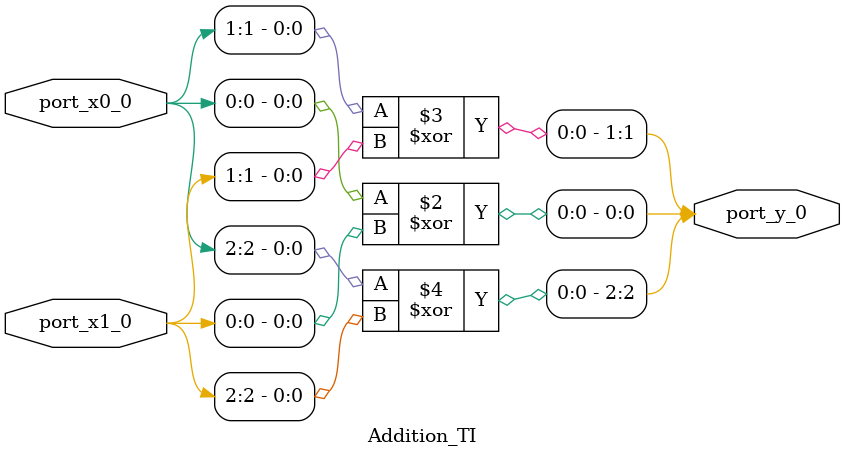
<source format=v>

`timescale 1ns/1ps

module Sbox_AES_BoyarPeralta (
  input      [2:0]    port_i_0_0,
  input      [2:0]    port_i_0_1,
  input      [2:0]    port_i_0_2,
  input      [2:0]    port_i_0_3,
  input      [2:0]    port_i_0_4,
  input      [2:0]    port_i_0_5,
  input      [2:0]    port_i_0_6,
  input      [2:0]    port_i_0_7,
  output     [2:0]    port_o_0_0,
  output     [2:0]    port_o_0_1,
  output     [2:0]    port_o_0_2,
  output     [2:0]    port_o_0_3,
  output     [2:0]    port_o_0_4,
  output     [2:0]    port_o_0_5,
  output     [2:0]    port_o_0_6,
  output     [2:0]    port_o_0_7
);

  wire       [2:0]    t1_xor_port_y_0;
  wire       [2:0]    t2_xor_port_y_0;
  wire       [2:0]    t3_xor_port_y_0;
  wire       [2:0]    t4_xor_port_y_0;
  wire       [2:0]    t5_xor_port_y_0;
  wire       [2:0]    t6_xor_port_y_0;
  wire       [2:0]    t7_xor_port_y_0;
  wire       [2:0]    t8_xor_port_y_0;
  wire       [2:0]    t9_xor_port_y_0;
  wire       [2:0]    t10_xor_port_y_0;
  wire       [2:0]    t11_xor_port_y_0;
  wire       [2:0]    t12_xor_port_y_0;
  wire       [2:0]    t13_xor_port_y_0;
  wire       [2:0]    t14_xor_port_y_0;
  wire       [2:0]    t15_xor_port_y_0;
  wire       [2:0]    t16_xor_port_y_0;
  wire       [2:0]    t17_xor_port_y_0;
  wire       [2:0]    t18_xor_port_y_0;
  wire       [2:0]    t19_xor_port_y_0;
  wire       [2:0]    t20_xor_port_y_0;
  wire       [2:0]    t21_xor_port_y_0;
  wire       [2:0]    t22_xor_port_y_0;
  wire       [2:0]    t23_xor_port_y_0;
  wire       [2:0]    t24_xor_port_y_0;
  wire       [2:0]    t25_xor_port_y_0;
  wire       [2:0]    t26_xor_port_y_0;
  wire       [2:0]    t27_xor_port_y_0;
  wire       [2:0]    m1_port_y_0;
  wire       [2:0]    m2_port_y_0;
  wire       [2:0]    m4_port_y_0;
  wire       [2:0]    m6_port_y_0;
  wire       [2:0]    m7_port_y_0;
  wire       [2:0]    m9_port_y_0;
  wire       [2:0]    m11_port_y_0;
  wire       [2:0]    m12_port_y_0;
  wire       [2:0]    m14_port_y_0;
  wire       [2:0]    m3_xor_port_y_0;
  wire       [2:0]    m5_xor_port_y_0;
  wire       [2:0]    m8_xor_port_y_0;
  wire       [2:0]    m10_xor_port_y_0;
  wire       [2:0]    m13_xor_port_y_0;
  wire       [2:0]    m15_xor_port_y_0;
  wire       [2:0]    m16_xor_port_y_0;
  wire       [2:0]    m17_xor_port_y_0;
  wire       [2:0]    m18_xor_port_y_0;
  wire       [2:0]    m19_xor_port_y_0;
  wire       [2:0]    m20_xor_port_y_0;
  wire       [2:0]    m21_xor_port_y_0;
  wire       [2:0]    m22_xor_port_y_0;
  wire       [2:0]    m23_xor_port_y_0;
  wire       [2:0]    m24_xor_port_y_0;
  wire       [2:0]    m25_port_y_0;
  wire       [2:0]    m27_xor_port_y_0;
  wire       [2:0]    m31_port_y_0;
  wire       [2:0]    m34_port_y_0;
  wire       [2:0]    m26_xor_port_y_0;
  wire       [2:0]    m28_xor_port_y_0;
  wire       [2:0]    m29_port_y_0;
  wire       [2:0]    m30_port_y_0;
  wire       [2:0]    m32_port_y_0;
  wire       [2:0]    m33_xor_port_y_0;
  wire       [2:0]    m35_port_y_0;
  wire       [2:0]    m36_xor_port_y_0;
  wire       [2:0]    m37_xor_port_y_0;
  wire       [2:0]    m38_xor_port_y_0;
  wire       [2:0]    m39_xor_port_y_0;
  wire       [2:0]    m40_xor_port_y_0;
  wire       [2:0]    m41_xor_port_y_0;
  wire       [2:0]    m42_xor_port_y_0;
  wire       [2:0]    m43_xor_port_y_0;
  wire       [2:0]    m44_xor_port_y_0;
  wire       [2:0]    m45_xor_port_y_0;
  wire       [2:0]    m46_mul_port_y_0;
  wire       [2:0]    m47_mul_port_y_0;
  wire       [2:0]    m48_mul_port_y_0;
  wire       [2:0]    m49_mul_port_y_0;
  wire       [2:0]    m50_mul_port_y_0;
  wire       [2:0]    m51_mul_port_y_0;
  wire       [2:0]    m52_mul_port_y_0;
  wire       [2:0]    m53_mul_port_y_0;
  wire       [2:0]    m54_mul_port_y_0;
  wire       [2:0]    m55_mul_port_y_0;
  wire       [2:0]    m56_mul_port_y_0;
  wire       [2:0]    m57_mul_port_y_0;
  wire       [2:0]    m58_mul_port_y_0;
  wire       [2:0]    m59_mul_port_y_0;
  wire       [2:0]    m60_mul_port_y_0;
  wire       [2:0]    m61_mul_port_y_0;
  wire       [2:0]    m62_mul_port_y_0;
  wire       [2:0]    m63_mul_port_y_0;
  wire       [2:0]    l0_xor_port_y_0;
  wire       [2:0]    l1_xor_port_y_0;
  wire       [2:0]    l2_xor_port_y_0;
  wire       [2:0]    l3_xor_port_y_0;
  wire       [2:0]    l4_xor_port_y_0;
  wire       [2:0]    l5_xor_port_y_0;
  wire       [2:0]    l6_xor_port_y_0;
  wire       [2:0]    l7_xor_port_y_0;
  wire       [2:0]    l8_xor_port_y_0;
  wire       [2:0]    l9_xor_port_y_0;
  wire       [2:0]    l10_xor_port_y_0;
  wire       [2:0]    l11_xor_port_y_0;
  wire       [2:0]    l12_xor_port_y_0;
  wire       [2:0]    l13_xor_port_y_0;
  wire       [2:0]    l14_xor_port_y_0;
  wire       [2:0]    l15_xor_port_y_0;
  wire       [2:0]    l16_xor_port_y_0;
  wire       [2:0]    l17_xor_port_y_0;
  wire       [2:0]    l18_xor_port_y_0;
  wire       [2:0]    l19_xor_port_y_0;
  wire       [2:0]    l20_xor_port_y_0;
  wire       [2:0]    l21_xor_port_y_0;
  wire       [2:0]    l22_xor_port_y_0;
  wire       [2:0]    l23_xor_port_y_0;
  wire       [2:0]    l24_xor_port_y_0;
  wire       [2:0]    l25_xor_port_y_0;
  wire       [2:0]    l26_xor_port_y_0;
  wire       [2:0]    l27_xor_port_y_0;
  wire       [2:0]    l28_xor_port_y_0;
  wire       [2:0]    l29_xor_port_y_0;
  wire       [2:0]    s0_port_y_0;
  wire       [2:0]    s1_port_y_0;
  wire       [2:0]    s2_port_y_0;
  wire       [2:0]    s3_port_y_0;
  wire       [2:0]    s4_port_y_0;
  wire       [2:0]    s5_port_y_0;
  wire       [2:0]    s6_port_y_0;
  wire       [2:0]    s7_port_y_0;
  wire       [2:0]    in_x0_0;
  wire       [2:0]    in_x1_0;
  wire       [2:0]    in_x2_0;
  wire       [2:0]    in_x3_0;
  wire       [2:0]    in_x4_0;
  wire       [2:0]    in_x5_0;
  wire       [2:0]    in_x6_0;
  wire       [2:0]    in_x7_0;
  wire       [2:0]    out_y0_0;
  wire       [2:0]    out_y1_0;
  wire       [2:0]    out_y2_0;
  wire       [2:0]    out_y3_0;
  wire       [2:0]    out_y4_0;
  wire       [2:0]    out_y5_0;
  wire       [2:0]    out_y6_0;
  wire       [2:0]    out_y7_0;
  wire       [2:0]    x7_0;
  wire       [2:0]    t1_0;
  wire       [2:0]    t2_0;
  wire       [2:0]    t3_0;
  wire       [2:0]    t4_0;
  wire       [2:0]    t6_0;
  wire       [2:0]    t7_0;
  wire       [2:0]    t8_0;
  wire       [2:0]    t9_0;
  wire       [2:0]    t10_0;
  wire       [2:0]    t13_0;
  wire       [2:0]    t14_0;
  wire       [2:0]    t15_0;
  wire       [2:0]    t16_0;
  wire       [2:0]    t17_0;
  wire       [2:0]    t19_0;
  wire       [2:0]    t20_0;
  wire       [2:0]    t22_0;
  wire       [2:0]    t23_0;
  wire       [2:0]    t24_0;
  wire       [2:0]    t25_0;
  wire       [2:0]    t26_0;
  wire       [2:0]    t27_0;
  wire       [2:0]    x7_1_0;
  wire       [2:0]    t1_1_0;
  wire       [2:0]    t2_1_0;
  wire       [2:0]    t3_1_0;
  wire       [2:0]    t4_1_0;
  wire       [2:0]    t6_1_0;
  wire       [2:0]    t8_1_0;
  wire       [2:0]    t9_1_0;
  wire       [2:0]    t10_1_0;
  wire       [2:0]    t13_1_0;
  wire       [2:0]    t15_1_0;
  wire       [2:0]    t16_1_0;
  wire       [2:0]    t17_1_0;
  wire       [2:0]    t19_1_0;
  wire       [2:0]    t20_1_0;
  wire       [2:0]    t22_1_0;
  wire       [2:0]    t23_1_0;
  wire       [2:0]    t27_1_0;
  wire       [2:0]    m21_0;
  wire       [2:0]    m23_0;
  wire       [2:0]    m24_0;
  wire       [2:0]    m27_0;
  wire       [2:0]    x7_2_0;
  wire       [2:0]    t1_2_0;
  wire       [2:0]    t2_2_0;
  wire       [2:0]    t3_2_0;
  wire       [2:0]    t4_2_0;
  wire       [2:0]    t6_2_0;
  wire       [2:0]    t8_2_0;
  wire       [2:0]    t9_2_0;
  wire       [2:0]    t10_2_0;
  wire       [2:0]    t13_2_0;
  wire       [2:0]    t15_2_0;
  wire       [2:0]    t16_2_0;
  wire       [2:0]    t17_2_0;
  wire       [2:0]    t19_2_0;
  wire       [2:0]    t20_2_0;
  wire       [2:0]    t22_2_0;
  wire       [2:0]    t23_2_0;
  wire       [2:0]    t27_2_0;
  wire       [2:0]    m21_1_0;
  wire       [2:0]    m23_1_0;
  wire       [2:0]    m33_0;
  wire       [2:0]    m36_0;

  Addition_TI t1_xor (
    .port_x0_0 (in_x0_0[2:0]        ), //i
    .port_x1_0 (in_x3_0[2:0]        ), //i
    .port_y_0  (t1_xor_port_y_0[2:0])  //o
  );
  Addition_TI t2_xor (
    .port_x0_0 (in_x0_0[2:0]        ), //i
    .port_x1_0 (in_x5_0[2:0]        ), //i
    .port_y_0  (t2_xor_port_y_0[2:0])  //o
  );
  Addition_TI t3_xor (
    .port_x0_0 (in_x0_0[2:0]        ), //i
    .port_x1_0 (in_x6_0[2:0]        ), //i
    .port_y_0  (t3_xor_port_y_0[2:0])  //o
  );
  Addition_TI t4_xor (
    .port_x0_0 (in_x3_0[2:0]        ), //i
    .port_x1_0 (in_x5_0[2:0]        ), //i
    .port_y_0  (t4_xor_port_y_0[2:0])  //o
  );
  Addition_TI t5_xor (
    .port_x0_0 (in_x4_0[2:0]        ), //i
    .port_x1_0 (in_x6_0[2:0]        ), //i
    .port_y_0  (t5_xor_port_y_0[2:0])  //o
  );
  Addition_TI t6_xor (
    .port_x0_0 (t1_xor_port_y_0[2:0]), //i
    .port_x1_0 (t5_xor_port_y_0[2:0]), //i
    .port_y_0  (t6_xor_port_y_0[2:0])  //o
  );
  Addition_TI t7_xor (
    .port_x0_0 (in_x1_0[2:0]        ), //i
    .port_x1_0 (in_x2_0[2:0]        ), //i
    .port_y_0  (t7_xor_port_y_0[2:0])  //o
  );
  Addition_TI t8_xor (
    .port_x0_0 (in_x7_0[2:0]        ), //i
    .port_x1_0 (t6_xor_port_y_0[2:0]), //i
    .port_y_0  (t8_xor_port_y_0[2:0])  //o
  );
  Addition_TI t9_xor (
    .port_x0_0 (in_x7_0[2:0]        ), //i
    .port_x1_0 (t7_xor_port_y_0[2:0]), //i
    .port_y_0  (t9_xor_port_y_0[2:0])  //o
  );
  Addition_TI t10_xor (
    .port_x0_0 (t6_xor_port_y_0[2:0] ), //i
    .port_x1_0 (t7_xor_port_y_0[2:0] ), //i
    .port_y_0  (t10_xor_port_y_0[2:0])  //o
  );
  Addition_TI t11_xor (
    .port_x0_0 (in_x1_0[2:0]         ), //i
    .port_x1_0 (in_x5_0[2:0]         ), //i
    .port_y_0  (t11_xor_port_y_0[2:0])  //o
  );
  Addition_TI t12_xor (
    .port_x0_0 (in_x2_0[2:0]         ), //i
    .port_x1_0 (in_x5_0[2:0]         ), //i
    .port_y_0  (t12_xor_port_y_0[2:0])  //o
  );
  Addition_TI t13_xor (
    .port_x0_0 (t3_xor_port_y_0[2:0] ), //i
    .port_x1_0 (t4_xor_port_y_0[2:0] ), //i
    .port_y_0  (t13_xor_port_y_0[2:0])  //o
  );
  Addition_TI t14_xor (
    .port_x0_0 (t6_xor_port_y_0[2:0] ), //i
    .port_x1_0 (t11_xor_port_y_0[2:0]), //i
    .port_y_0  (t14_xor_port_y_0[2:0])  //o
  );
  Addition_TI t15_xor (
    .port_x0_0 (t5_xor_port_y_0[2:0] ), //i
    .port_x1_0 (t11_xor_port_y_0[2:0]), //i
    .port_y_0  (t15_xor_port_y_0[2:0])  //o
  );
  Addition_TI t16_xor (
    .port_x0_0 (t5_xor_port_y_0[2:0] ), //i
    .port_x1_0 (t12_xor_port_y_0[2:0]), //i
    .port_y_0  (t16_xor_port_y_0[2:0])  //o
  );
  Addition_TI t17_xor (
    .port_x0_0 (t9_xor_port_y_0[2:0] ), //i
    .port_x1_0 (t16_xor_port_y_0[2:0]), //i
    .port_y_0  (t17_xor_port_y_0[2:0])  //o
  );
  Addition_TI t18_xor (
    .port_x0_0 (in_x3_0[2:0]         ), //i
    .port_x1_0 (in_x7_0[2:0]         ), //i
    .port_y_0  (t18_xor_port_y_0[2:0])  //o
  );
  Addition_TI t19_xor (
    .port_x0_0 (t7_xor_port_y_0[2:0] ), //i
    .port_x1_0 (t18_xor_port_y_0[2:0]), //i
    .port_y_0  (t19_xor_port_y_0[2:0])  //o
  );
  Addition_TI t20_xor (
    .port_x0_0 (t1_xor_port_y_0[2:0] ), //i
    .port_x1_0 (t19_xor_port_y_0[2:0]), //i
    .port_y_0  (t20_xor_port_y_0[2:0])  //o
  );
  Addition_TI t21_xor (
    .port_x0_0 (in_x6_0[2:0]         ), //i
    .port_x1_0 (in_x7_0[2:0]         ), //i
    .port_y_0  (t21_xor_port_y_0[2:0])  //o
  );
  Addition_TI t22_xor (
    .port_x0_0 (t7_xor_port_y_0[2:0] ), //i
    .port_x1_0 (t21_xor_port_y_0[2:0]), //i
    .port_y_0  (t22_xor_port_y_0[2:0])  //o
  );
  Addition_TI t23_xor (
    .port_x0_0 (t2_xor_port_y_0[2:0] ), //i
    .port_x1_0 (t22_xor_port_y_0[2:0]), //i
    .port_y_0  (t23_xor_port_y_0[2:0])  //o
  );
  Addition_TI t24_xor (
    .port_x0_0 (t2_xor_port_y_0[2:0] ), //i
    .port_x1_0 (t10_xor_port_y_0[2:0]), //i
    .port_y_0  (t24_xor_port_y_0[2:0])  //o
  );
  Addition_TI t25_xor (
    .port_x0_0 (t20_xor_port_y_0[2:0]), //i
    .port_x1_0 (t17_xor_port_y_0[2:0]), //i
    .port_y_0  (t25_xor_port_y_0[2:0])  //o
  );
  Addition_TI t26_xor (
    .port_x0_0 (t3_xor_port_y_0[2:0] ), //i
    .port_x1_0 (t16_xor_port_y_0[2:0]), //i
    .port_y_0  (t26_xor_port_y_0[2:0])  //o
  );
  Addition_TI t27_xor (
    .port_x0_0 (t1_xor_port_y_0[2:0] ), //i
    .port_x1_0 (t12_xor_port_y_0[2:0]), //i
    .port_y_0  (t27_xor_port_y_0[2:0])  //o
  );
  Multiplication_TI m1 (
    .port_x0_0 (t13_xor_port_y_0[2:0]), //i
    .port_x1_0 (t6_xor_port_y_0[2:0] ), //i
    .port_y_0  (m1_port_y_0[2:0]     )  //o
  );
  Multiplication_TI m2 (
    .port_x0_0 (t23_xor_port_y_0[2:0]), //i
    .port_x1_0 (t8_xor_port_y_0[2:0] ), //i
    .port_y_0  (m2_port_y_0[2:0]     )  //o
  );
  Multiplication_TI m4 (
    .port_x0_0 (t19_xor_port_y_0[2:0]), //i
    .port_x1_0 (in_x7_0[2:0]         ), //i
    .port_y_0  (m4_port_y_0[2:0]     )  //o
  );
  Multiplication_TI m6 (
    .port_x0_0 (t3_xor_port_y_0[2:0] ), //i
    .port_x1_0 (t16_xor_port_y_0[2:0]), //i
    .port_y_0  (m6_port_y_0[2:0]     )  //o
  );
  Multiplication_TI m7 (
    .port_x0_0 (t22_xor_port_y_0[2:0]), //i
    .port_x1_0 (t9_xor_port_y_0[2:0] ), //i
    .port_y_0  (m7_port_y_0[2:0]     )  //o
  );
  Multiplication_TI m9 (
    .port_x0_0 (t20_xor_port_y_0[2:0]), //i
    .port_x1_0 (t17_xor_port_y_0[2:0]), //i
    .port_y_0  (m9_port_y_0[2:0]     )  //o
  );
  Multiplication_TI m11 (
    .port_x0_0 (t1_xor_port_y_0[2:0] ), //i
    .port_x1_0 (t15_xor_port_y_0[2:0]), //i
    .port_y_0  (m11_port_y_0[2:0]    )  //o
  );
  Multiplication_TI m12 (
    .port_x0_0 (t4_xor_port_y_0[2:0] ), //i
    .port_x1_0 (t27_xor_port_y_0[2:0]), //i
    .port_y_0  (m12_port_y_0[2:0]    )  //o
  );
  Multiplication_TI m14 (
    .port_x0_0 (t2_xor_port_y_0[2:0] ), //i
    .port_x1_0 (t10_xor_port_y_0[2:0]), //i
    .port_y_0  (m14_port_y_0[2:0]    )  //o
  );
  Addition_TI m3_xor (
    .port_x0_0 (t14_0[2:0]          ), //i
    .port_x1_0 (m1_port_y_0[2:0]    ), //i
    .port_y_0  (m3_xor_port_y_0[2:0])  //o
  );
  Addition_TI m5_xor (
    .port_x0_0 (m4_port_y_0[2:0]    ), //i
    .port_x1_0 (m1_port_y_0[2:0]    ), //i
    .port_y_0  (m5_xor_port_y_0[2:0])  //o
  );
  Addition_TI m8_xor (
    .port_x0_0 (t26_0[2:0]          ), //i
    .port_x1_0 (m6_port_y_0[2:0]    ), //i
    .port_y_0  (m8_xor_port_y_0[2:0])  //o
  );
  Addition_TI m10_xor (
    .port_x0_0 (m9_port_y_0[2:0]     ), //i
    .port_x1_0 (m6_port_y_0[2:0]     ), //i
    .port_y_0  (m10_xor_port_y_0[2:0])  //o
  );
  Addition_TI m13_xor (
    .port_x0_0 (m12_port_y_0[2:0]    ), //i
    .port_x1_0 (m11_port_y_0[2:0]    ), //i
    .port_y_0  (m13_xor_port_y_0[2:0])  //o
  );
  Addition_TI m15_xor (
    .port_x0_0 (m14_port_y_0[2:0]    ), //i
    .port_x1_0 (m11_port_y_0[2:0]    ), //i
    .port_y_0  (m15_xor_port_y_0[2:0])  //o
  );
  Addition_TI m16_xor (
    .port_x0_0 (m3_xor_port_y_0[2:0] ), //i
    .port_x1_0 (m2_port_y_0[2:0]     ), //i
    .port_y_0  (m16_xor_port_y_0[2:0])  //o
  );
  Addition_TI m17_xor (
    .port_x0_0 (m5_xor_port_y_0[2:0] ), //i
    .port_x1_0 (t24_0[2:0]           ), //i
    .port_y_0  (m17_xor_port_y_0[2:0])  //o
  );
  Addition_TI m18_xor (
    .port_x0_0 (m8_xor_port_y_0[2:0] ), //i
    .port_x1_0 (m7_port_y_0[2:0]     ), //i
    .port_y_0  (m18_xor_port_y_0[2:0])  //o
  );
  Addition_TI m19_xor (
    .port_x0_0 (m10_xor_port_y_0[2:0]), //i
    .port_x1_0 (m15_xor_port_y_0[2:0]), //i
    .port_y_0  (m19_xor_port_y_0[2:0])  //o
  );
  Addition_TI m20_xor (
    .port_x0_0 (m16_xor_port_y_0[2:0]), //i
    .port_x1_0 (m13_xor_port_y_0[2:0]), //i
    .port_y_0  (m20_xor_port_y_0[2:0])  //o
  );
  Addition_TI m21_xor (
    .port_x0_0 (m17_xor_port_y_0[2:0]), //i
    .port_x1_0 (m15_xor_port_y_0[2:0]), //i
    .port_y_0  (m21_xor_port_y_0[2:0])  //o
  );
  Addition_TI m22_xor (
    .port_x0_0 (m18_xor_port_y_0[2:0]), //i
    .port_x1_0 (m13_xor_port_y_0[2:0]), //i
    .port_y_0  (m22_xor_port_y_0[2:0])  //o
  );
  Addition_TI m23_xor (
    .port_x0_0 (m19_xor_port_y_0[2:0]), //i
    .port_x1_0 (t25_0[2:0]           ), //i
    .port_y_0  (m23_xor_port_y_0[2:0])  //o
  );
  Addition_TI m24_xor (
    .port_x0_0 (m22_xor_port_y_0[2:0]), //i
    .port_x1_0 (m23_xor_port_y_0[2:0]), //i
    .port_y_0  (m24_xor_port_y_0[2:0])  //o
  );
  Multiplication_TI m25 (
    .port_x0_0 (m22_xor_port_y_0[2:0]), //i
    .port_x1_0 (m20_xor_port_y_0[2:0]), //i
    .port_y_0  (m25_port_y_0[2:0]    )  //o
  );
  Addition_TI m27_xor (
    .port_x0_0 (m20_xor_port_y_0[2:0]), //i
    .port_x1_0 (m21_xor_port_y_0[2:0]), //i
    .port_y_0  (m27_xor_port_y_0[2:0])  //o
  );
  Multiplication_TI m31 (
    .port_x0_0 (m20_xor_port_y_0[2:0]), //i
    .port_x1_0 (m23_xor_port_y_0[2:0]), //i
    .port_y_0  (m31_port_y_0[2:0]    )  //o
  );
  Multiplication_TI m34 (
    .port_x0_0 (m21_xor_port_y_0[2:0]), //i
    .port_x1_0 (m22_xor_port_y_0[2:0]), //i
    .port_y_0  (m34_port_y_0[2:0]    )  //o
  );
  Addition_TI m26_xor (
    .port_x0_0 (m21_0[2:0]           ), //i
    .port_x1_0 (m25_port_y_0[2:0]    ), //i
    .port_y_0  (m26_xor_port_y_0[2:0])  //o
  );
  Addition_TI m28_xor (
    .port_x0_0 (m23_0[2:0]           ), //i
    .port_x1_0 (m25_port_y_0[2:0]    ), //i
    .port_y_0  (m28_xor_port_y_0[2:0])  //o
  );
  Multiplication_TI m29 (
    .port_x0_0 (m28_xor_port_y_0[2:0]), //i
    .port_x1_0 (m27_0[2:0]           ), //i
    .port_y_0  (m29_port_y_0[2:0]    )  //o
  );
  Multiplication_TI m30 (
    .port_x0_0 (m26_xor_port_y_0[2:0]), //i
    .port_x1_0 (m24_0[2:0]           ), //i
    .port_y_0  (m30_port_y_0[2:0]    )  //o
  );
  Multiplication_TI m32 (
    .port_x0_0 (m27_0[2:0]       ), //i
    .port_x1_0 (m31_port_y_0[2:0]), //i
    .port_y_0  (m32_port_y_0[2:0])  //o
  );
  Addition_TI m33_xor (
    .port_x0_0 (m27_0[2:0]           ), //i
    .port_x1_0 (m25_port_y_0[2:0]    ), //i
    .port_y_0  (m33_xor_port_y_0[2:0])  //o
  );
  Multiplication_TI m35 (
    .port_x0_0 (m24_0[2:0]       ), //i
    .port_x1_0 (m34_port_y_0[2:0]), //i
    .port_y_0  (m35_port_y_0[2:0])  //o
  );
  Addition_TI m36_xor (
    .port_x0_0 (m24_0[2:0]           ), //i
    .port_x1_0 (m25_port_y_0[2:0]    ), //i
    .port_y_0  (m36_xor_port_y_0[2:0])  //o
  );
  Addition_TI m37_xor (
    .port_x0_0 (m21_1_0[2:0]         ), //i
    .port_x1_0 (m29_port_y_0[2:0]    ), //i
    .port_y_0  (m37_xor_port_y_0[2:0])  //o
  );
  Addition_TI m38_xor (
    .port_x0_0 (m32_port_y_0[2:0]    ), //i
    .port_x1_0 (m33_0[2:0]           ), //i
    .port_y_0  (m38_xor_port_y_0[2:0])  //o
  );
  Addition_TI m39_xor (
    .port_x0_0 (m23_1_0[2:0]         ), //i
    .port_x1_0 (m30_port_y_0[2:0]    ), //i
    .port_y_0  (m39_xor_port_y_0[2:0])  //o
  );
  Addition_TI m40_xor (
    .port_x0_0 (m35_port_y_0[2:0]    ), //i
    .port_x1_0 (m36_0[2:0]           ), //i
    .port_y_0  (m40_xor_port_y_0[2:0])  //o
  );
  Addition_TI m41_xor (
    .port_x0_0 (m38_xor_port_y_0[2:0]), //i
    .port_x1_0 (m40_xor_port_y_0[2:0]), //i
    .port_y_0  (m41_xor_port_y_0[2:0])  //o
  );
  Addition_TI m42_xor (
    .port_x0_0 (m37_xor_port_y_0[2:0]), //i
    .port_x1_0 (m39_xor_port_y_0[2:0]), //i
    .port_y_0  (m42_xor_port_y_0[2:0])  //o
  );
  Addition_TI m43_xor (
    .port_x0_0 (m37_xor_port_y_0[2:0]), //i
    .port_x1_0 (m38_xor_port_y_0[2:0]), //i
    .port_y_0  (m43_xor_port_y_0[2:0])  //o
  );
  Addition_TI m44_xor (
    .port_x0_0 (m39_xor_port_y_0[2:0]), //i
    .port_x1_0 (m40_xor_port_y_0[2:0]), //i
    .port_y_0  (m44_xor_port_y_0[2:0])  //o
  );
  Addition_TI m45_xor (
    .port_x0_0 (m42_xor_port_y_0[2:0]), //i
    .port_x1_0 (m41_xor_port_y_0[2:0]), //i
    .port_y_0  (m45_xor_port_y_0[2:0])  //o
  );
  Multiplication_TI m46_mul (
    .port_x0_0 (m44_xor_port_y_0[2:0]), //i
    .port_x1_0 (t6_2_0[2:0]          ), //i
    .port_y_0  (m46_mul_port_y_0[2:0])  //o
  );
  Multiplication_TI m47_mul (
    .port_x0_0 (m40_xor_port_y_0[2:0]), //i
    .port_x1_0 (t8_2_0[2:0]          ), //i
    .port_y_0  (m47_mul_port_y_0[2:0])  //o
  );
  Multiplication_TI m48_mul (
    .port_x0_0 (m39_xor_port_y_0[2:0]), //i
    .port_x1_0 (x7_2_0[2:0]          ), //i
    .port_y_0  (m48_mul_port_y_0[2:0])  //o
  );
  Multiplication_TI m49_mul (
    .port_x0_0 (m43_xor_port_y_0[2:0]), //i
    .port_x1_0 (t16_1_0[2:0]         ), //i
    .port_y_0  (m49_mul_port_y_0[2:0])  //o
  );
  Multiplication_TI m50_mul (
    .port_x0_0 (m38_xor_port_y_0[2:0]), //i
    .port_x1_0 (t9_2_0[2:0]          ), //i
    .port_y_0  (m50_mul_port_y_0[2:0])  //o
  );
  Multiplication_TI m51_mul (
    .port_x0_0 (m37_xor_port_y_0[2:0]), //i
    .port_x1_0 (t17_2_0[2:0]         ), //i
    .port_y_0  (m51_mul_port_y_0[2:0])  //o
  );
  Multiplication_TI m52_mul (
    .port_x0_0 (m42_xor_port_y_0[2:0]), //i
    .port_x1_0 (t15_2_0[2:0]         ), //i
    .port_y_0  (m52_mul_port_y_0[2:0])  //o
  );
  Multiplication_TI m53_mul (
    .port_x0_0 (m45_xor_port_y_0[2:0]), //i
    .port_x1_0 (t27_2_0[2:0]         ), //i
    .port_y_0  (m53_mul_port_y_0[2:0])  //o
  );
  Multiplication_TI m54_mul (
    .port_x0_0 (m41_xor_port_y_0[2:0]), //i
    .port_x1_0 (t10_2_0[2:0]         ), //i
    .port_y_0  (m54_mul_port_y_0[2:0])  //o
  );
  Multiplication_TI m55_mul (
    .port_x0_0 (m44_xor_port_y_0[2:0]), //i
    .port_x1_0 (t13_2_0[2:0]         ), //i
    .port_y_0  (m55_mul_port_y_0[2:0])  //o
  );
  Multiplication_TI m56_mul (
    .port_x0_0 (m40_xor_port_y_0[2:0]), //i
    .port_x1_0 (t23_2_0[2:0]         ), //i
    .port_y_0  (m56_mul_port_y_0[2:0])  //o
  );
  Multiplication_TI m57_mul (
    .port_x0_0 (m39_xor_port_y_0[2:0]), //i
    .port_x1_0 (t19_2_0[2:0]         ), //i
    .port_y_0  (m57_mul_port_y_0[2:0])  //o
  );
  Multiplication_TI m58_mul (
    .port_x0_0 (m43_xor_port_y_0[2:0]), //i
    .port_x1_0 (t3_2_0[2:0]          ), //i
    .port_y_0  (m58_mul_port_y_0[2:0])  //o
  );
  Multiplication_TI m59_mul (
    .port_x0_0 (m38_xor_port_y_0[2:0]), //i
    .port_x1_0 (t22_2_0[2:0]         ), //i
    .port_y_0  (m59_mul_port_y_0[2:0])  //o
  );
  Multiplication_TI m60_mul (
    .port_x0_0 (m37_xor_port_y_0[2:0]), //i
    .port_x1_0 (t20_2_0[2:0]         ), //i
    .port_y_0  (m60_mul_port_y_0[2:0])  //o
  );
  Multiplication_TI m61_mul (
    .port_x0_0 (m42_xor_port_y_0[2:0]), //i
    .port_x1_0 (t1_2_0[2:0]          ), //i
    .port_y_0  (m61_mul_port_y_0[2:0])  //o
  );
  Multiplication_TI m62_mul (
    .port_x0_0 (m45_xor_port_y_0[2:0]), //i
    .port_x1_0 (t4_2_0[2:0]          ), //i
    .port_y_0  (m62_mul_port_y_0[2:0])  //o
  );
  Multiplication_TI m63_mul (
    .port_x0_0 (m41_xor_port_y_0[2:0]), //i
    .port_x1_0 (t2_2_0[2:0]          ), //i
    .port_y_0  (m63_mul_port_y_0[2:0])  //o
  );
  Addition_TI l0_xor (
    .port_x0_0 (m61_mul_port_y_0[2:0]), //i
    .port_x1_0 (m62_mul_port_y_0[2:0]), //i
    .port_y_0  (l0_xor_port_y_0[2:0] )  //o
  );
  Addition_TI l1_xor (
    .port_x0_0 (m50_mul_port_y_0[2:0]), //i
    .port_x1_0 (m56_mul_port_y_0[2:0]), //i
    .port_y_0  (l1_xor_port_y_0[2:0] )  //o
  );
  Addition_TI l2_xor (
    .port_x0_0 (m46_mul_port_y_0[2:0]), //i
    .port_x1_0 (m48_mul_port_y_0[2:0]), //i
    .port_y_0  (l2_xor_port_y_0[2:0] )  //o
  );
  Addition_TI l3_xor (
    .port_x0_0 (m47_mul_port_y_0[2:0]), //i
    .port_x1_0 (m55_mul_port_y_0[2:0]), //i
    .port_y_0  (l3_xor_port_y_0[2:0] )  //o
  );
  Addition_TI l4_xor (
    .port_x0_0 (m54_mul_port_y_0[2:0]), //i
    .port_x1_0 (m58_mul_port_y_0[2:0]), //i
    .port_y_0  (l4_xor_port_y_0[2:0] )  //o
  );
  Addition_TI l5_xor (
    .port_x0_0 (m49_mul_port_y_0[2:0]), //i
    .port_x1_0 (m61_mul_port_y_0[2:0]), //i
    .port_y_0  (l5_xor_port_y_0[2:0] )  //o
  );
  Addition_TI l6_xor (
    .port_x0_0 (m62_mul_port_y_0[2:0]), //i
    .port_x1_0 (l5_xor_port_y_0[2:0] ), //i
    .port_y_0  (l6_xor_port_y_0[2:0] )  //o
  );
  Addition_TI l7_xor (
    .port_x0_0 (m46_mul_port_y_0[2:0]), //i
    .port_x1_0 (l3_xor_port_y_0[2:0] ), //i
    .port_y_0  (l7_xor_port_y_0[2:0] )  //o
  );
  Addition_TI l8_xor (
    .port_x0_0 (m51_mul_port_y_0[2:0]), //i
    .port_x1_0 (m59_mul_port_y_0[2:0]), //i
    .port_y_0  (l8_xor_port_y_0[2:0] )  //o
  );
  Addition_TI l9_xor (
    .port_x0_0 (m52_mul_port_y_0[2:0]), //i
    .port_x1_0 (m53_mul_port_y_0[2:0]), //i
    .port_y_0  (l9_xor_port_y_0[2:0] )  //o
  );
  Addition_TI l10_xor (
    .port_x0_0 (m53_mul_port_y_0[2:0]), //i
    .port_x1_0 (l4_xor_port_y_0[2:0] ), //i
    .port_y_0  (l10_xor_port_y_0[2:0])  //o
  );
  Addition_TI l11_xor (
    .port_x0_0 (m60_mul_port_y_0[2:0]), //i
    .port_x1_0 (l2_xor_port_y_0[2:0] ), //i
    .port_y_0  (l11_xor_port_y_0[2:0])  //o
  );
  Addition_TI l12_xor (
    .port_x0_0 (m48_mul_port_y_0[2:0]), //i
    .port_x1_0 (m51_mul_port_y_0[2:0]), //i
    .port_y_0  (l12_xor_port_y_0[2:0])  //o
  );
  Addition_TI l13_xor (
    .port_x0_0 (m50_mul_port_y_0[2:0]), //i
    .port_x1_0 (l0_xor_port_y_0[2:0] ), //i
    .port_y_0  (l13_xor_port_y_0[2:0])  //o
  );
  Addition_TI l14_xor (
    .port_x0_0 (m52_mul_port_y_0[2:0]), //i
    .port_x1_0 (m61_mul_port_y_0[2:0]), //i
    .port_y_0  (l14_xor_port_y_0[2:0])  //o
  );
  Addition_TI l15_xor (
    .port_x0_0 (m55_mul_port_y_0[2:0]), //i
    .port_x1_0 (l1_xor_port_y_0[2:0] ), //i
    .port_y_0  (l15_xor_port_y_0[2:0])  //o
  );
  Addition_TI l16_xor (
    .port_x0_0 (m56_mul_port_y_0[2:0]), //i
    .port_x1_0 (l0_xor_port_y_0[2:0] ), //i
    .port_y_0  (l16_xor_port_y_0[2:0])  //o
  );
  Addition_TI l17_xor (
    .port_x0_0 (m57_mul_port_y_0[2:0]), //i
    .port_x1_0 (l1_xor_port_y_0[2:0] ), //i
    .port_y_0  (l17_xor_port_y_0[2:0])  //o
  );
  Addition_TI l18_xor (
    .port_x0_0 (m58_mul_port_y_0[2:0]), //i
    .port_x1_0 (l8_xor_port_y_0[2:0] ), //i
    .port_y_0  (l18_xor_port_y_0[2:0])  //o
  );
  Addition_TI l19_xor (
    .port_x0_0 (m63_mul_port_y_0[2:0]), //i
    .port_x1_0 (l4_xor_port_y_0[2:0] ), //i
    .port_y_0  (l19_xor_port_y_0[2:0])  //o
  );
  Addition_TI l20_xor (
    .port_x0_0 (l0_xor_port_y_0[2:0] ), //i
    .port_x1_0 (l1_xor_port_y_0[2:0] ), //i
    .port_y_0  (l20_xor_port_y_0[2:0])  //o
  );
  Addition_TI l21_xor (
    .port_x0_0 (l1_xor_port_y_0[2:0] ), //i
    .port_x1_0 (l7_xor_port_y_0[2:0] ), //i
    .port_y_0  (l21_xor_port_y_0[2:0])  //o
  );
  Addition_TI l22_xor (
    .port_x0_0 (l3_xor_port_y_0[2:0] ), //i
    .port_x1_0 (l12_xor_port_y_0[2:0]), //i
    .port_y_0  (l22_xor_port_y_0[2:0])  //o
  );
  Addition_TI l23_xor (
    .port_x0_0 (l18_xor_port_y_0[2:0]), //i
    .port_x1_0 (l2_xor_port_y_0[2:0] ), //i
    .port_y_0  (l23_xor_port_y_0[2:0])  //o
  );
  Addition_TI l24_xor (
    .port_x0_0 (l15_xor_port_y_0[2:0]), //i
    .port_x1_0 (l9_xor_port_y_0[2:0] ), //i
    .port_y_0  (l24_xor_port_y_0[2:0])  //o
  );
  Addition_TI l25_xor (
    .port_x0_0 (l6_xor_port_y_0[2:0] ), //i
    .port_x1_0 (l10_xor_port_y_0[2:0]), //i
    .port_y_0  (l25_xor_port_y_0[2:0])  //o
  );
  Addition_TI l26_xor (
    .port_x0_0 (l7_xor_port_y_0[2:0] ), //i
    .port_x1_0 (l9_xor_port_y_0[2:0] ), //i
    .port_y_0  (l26_xor_port_y_0[2:0])  //o
  );
  Addition_TI l27_xor (
    .port_x0_0 (l8_xor_port_y_0[2:0] ), //i
    .port_x1_0 (l10_xor_port_y_0[2:0]), //i
    .port_y_0  (l27_xor_port_y_0[2:0])  //o
  );
  Addition_TI l28_xor (
    .port_x0_0 (l11_xor_port_y_0[2:0]), //i
    .port_x1_0 (l14_xor_port_y_0[2:0]), //i
    .port_y_0  (l28_xor_port_y_0[2:0])  //o
  );
  Addition_TI l29_xor (
    .port_x0_0 (l11_xor_port_y_0[2:0]), //i
    .port_x1_0 (l17_xor_port_y_0[2:0]), //i
    .port_y_0  (l29_xor_port_y_0[2:0])  //o
  );
  Addition_TI s0 (
    .port_x0_0 (l6_xor_port_y_0[2:0] ), //i
    .port_x1_0 (l24_xor_port_y_0[2:0]), //i
    .port_y_0  (s0_port_y_0[2:0]     )  //o
  );
  Addition_Inv_TI s1 (
    .port_x0_0 (l16_xor_port_y_0[2:0]), //i
    .port_x1_0 (l26_xor_port_y_0[2:0]), //i
    .port_y_0  (s1_port_y_0[2:0]     )  //o
  );
  Addition_Inv_TI s2 (
    .port_x0_0 (l19_xor_port_y_0[2:0]), //i
    .port_x1_0 (l28_xor_port_y_0[2:0]), //i
    .port_y_0  (s2_port_y_0[2:0]     )  //o
  );
  Addition_TI s3 (
    .port_x0_0 (l6_xor_port_y_0[2:0] ), //i
    .port_x1_0 (l21_xor_port_y_0[2:0]), //i
    .port_y_0  (s3_port_y_0[2:0]     )  //o
  );
  Addition_TI s4 (
    .port_x0_0 (l20_xor_port_y_0[2:0]), //i
    .port_x1_0 (l22_xor_port_y_0[2:0]), //i
    .port_y_0  (s4_port_y_0[2:0]     )  //o
  );
  Addition_TI s5 (
    .port_x0_0 (l25_xor_port_y_0[2:0]), //i
    .port_x1_0 (l29_xor_port_y_0[2:0]), //i
    .port_y_0  (s5_port_y_0[2:0]     )  //o
  );
  Addition_Inv_TI s6 (
    .port_x0_0 (l13_xor_port_y_0[2:0]), //i
    .port_x1_0 (l27_xor_port_y_0[2:0]), //i
    .port_y_0  (s6_port_y_0[2:0]     )  //o
  );
  Addition_Inv_TI s7 (
    .port_x0_0 (l6_xor_port_y_0[2:0] ), //i
    .port_x1_0 (l23_xor_port_y_0[2:0]), //i
    .port_y_0  (s7_port_y_0[2:0]     )  //o
  );
  assign in_x0_0 = port_i_0_7;
  assign in_x1_0 = port_i_0_6;
  assign in_x2_0 = port_i_0_5;
  assign in_x3_0 = port_i_0_4;
  assign in_x4_0 = port_i_0_3;
  assign in_x5_0 = port_i_0_2;
  assign in_x6_0 = port_i_0_1;
  assign in_x7_0 = port_i_0_0;
  assign x7_0 = in_x7_0;
  assign t1_0 = t1_xor_port_y_0;
  assign t2_0 = t2_xor_port_y_0;
  assign t3_0 = t3_xor_port_y_0;
  assign t4_0 = t4_xor_port_y_0;
  assign t6_0 = t6_xor_port_y_0;
  assign t7_0 = t7_xor_port_y_0;
  assign t8_0 = t8_xor_port_y_0;
  assign t9_0 = t9_xor_port_y_0;
  assign t10_0 = t10_xor_port_y_0;
  assign t13_0 = t13_xor_port_y_0;
  assign t14_0 = t14_xor_port_y_0;
  assign t15_0 = t15_xor_port_y_0;
  assign t16_0 = t16_xor_port_y_0;
  assign t17_0 = t17_xor_port_y_0;
  assign t19_0 = t19_xor_port_y_0;
  assign t20_0 = t20_xor_port_y_0;
  assign t22_0 = t22_xor_port_y_0;
  assign t23_0 = t23_xor_port_y_0;
  assign t24_0 = t24_xor_port_y_0;
  assign t25_0 = t25_xor_port_y_0;
  assign t26_0 = t26_xor_port_y_0;
  assign t27_0 = t27_xor_port_y_0;
  assign x7_1_0 = x7_0;
  assign t1_1_0 = t1_0;
  assign t2_1_0 = t2_0;
  assign t3_1_0 = t3_0;
  assign t4_1_0 = t4_0;
  assign t6_1_0 = t6_0;
  assign t8_1_0 = t8_0;
  assign t9_1_0 = t9_0;
  assign t10_1_0 = t10_0;
  assign t13_1_0 = t13_0;
  assign t15_1_0 = t15_0;
  assign t16_1_0 = t16_0;
  assign t17_1_0 = t17_0;
  assign t19_1_0 = t19_0;
  assign t20_1_0 = t20_0;
  assign t22_1_0 = t22_0;
  assign t23_1_0 = t23_0;
  assign t27_1_0 = t27_0;
  assign m21_0 = m21_xor_port_y_0;
  assign m23_0 = m23_xor_port_y_0;
  assign m24_0 = m24_xor_port_y_0;
  assign m27_0 = m27_xor_port_y_0;
  assign x7_2_0 = x7_1_0;
  assign t1_2_0 = t1_1_0;
  assign t2_2_0 = t2_1_0;
  assign t3_2_0 = t3_1_0;
  assign t4_2_0 = t4_1_0;
  assign t6_2_0 = t6_1_0;
  assign t8_2_0 = t8_1_0;
  assign t9_2_0 = t9_1_0;
  assign t10_2_0 = t10_1_0;
  assign t13_2_0 = t13_1_0;
  assign t15_2_0 = t15_1_0;
  assign t16_2_0 = t16_1_0;
  assign t17_2_0 = t17_1_0;
  assign t19_2_0 = t19_1_0;
  assign t20_2_0 = t20_1_0;
  assign t22_2_0 = t22_1_0;
  assign t23_2_0 = t23_1_0;
  assign t27_2_0 = t27_1_0;
  assign m21_1_0 = m21_0;
  assign m23_1_0 = m23_0;
  assign m33_0 = m33_xor_port_y_0;
  assign m36_0 = m36_xor_port_y_0;
  assign out_y0_0 = s0_port_y_0;
  assign out_y1_0 = s1_port_y_0;
  assign out_y2_0 = s2_port_y_0;
  assign out_y3_0 = s3_port_y_0;
  assign out_y4_0 = s4_port_y_0;
  assign out_y5_0 = s5_port_y_0;
  assign out_y6_0 = s6_port_y_0;
  assign out_y7_0 = s7_port_y_0;
  assign port_o_0_7 = out_y0_0;
  assign port_o_0_6 = out_y1_0;
  assign port_o_0_5 = out_y2_0;
  assign port_o_0_4 = out_y3_0;
  assign port_o_0_3 = out_y4_0;
  assign port_o_0_2 = out_y5_0;
  assign port_o_0_1 = out_y6_0;
  assign port_o_0_0 = out_y7_0;

endmodule

//Addition_Inv_TI replaced by Addition_Inv_TI

//Addition_Inv_TI replaced by Addition_Inv_TI

//Addition_TI replaced by Addition_TI

//Addition_TI replaced by Addition_TI

//Addition_TI replaced by Addition_TI

//Addition_Inv_TI replaced by Addition_Inv_TI

module Addition_Inv_TI (
  input      [2:0]    port_x0_0,
  input      [2:0]    port_x1_0,
  output reg [2:0]    port_y_0
);


  always @(*) begin
    port_y_0[0] = (! (port_x0_0[0] ^ port_x1_0[0]));
    port_y_0[1] = (! (port_x0_0[1] ^ port_x1_0[1]));
    port_y_0[2] = (! (port_x0_0[2] ^ port_x1_0[2]));
  end


endmodule

//Addition_TI replaced by Addition_TI

//Addition_TI replaced by Addition_TI

//Addition_TI replaced by Addition_TI

//Addition_TI replaced by Addition_TI

//Addition_TI replaced by Addition_TI

//Addition_TI replaced by Addition_TI

//Addition_TI replaced by Addition_TI

//Addition_TI replaced by Addition_TI

//Addition_TI replaced by Addition_TI

//Addition_TI replaced by Addition_TI

//Addition_TI replaced by Addition_TI

//Addition_TI replaced by Addition_TI

//Addition_TI replaced by Addition_TI

//Addition_TI replaced by Addition_TI

//Addition_TI replaced by Addition_TI

//Addition_TI replaced by Addition_TI

//Addition_TI replaced by Addition_TI

//Addition_TI replaced by Addition_TI

//Addition_TI replaced by Addition_TI

//Addition_TI replaced by Addition_TI

//Addition_TI replaced by Addition_TI

//Addition_TI replaced by Addition_TI

//Addition_TI replaced by Addition_TI

//Addition_TI replaced by Addition_TI

//Addition_TI replaced by Addition_TI

//Addition_TI replaced by Addition_TI

//Addition_TI replaced by Addition_TI

//Addition_TI replaced by Addition_TI

//Addition_TI replaced by Addition_TI

//Addition_TI replaced by Addition_TI

//Addition_TI replaced by Addition_TI

//Multiplication_TI replaced by Multiplication_TI

//Multiplication_TI replaced by Multiplication_TI

//Multiplication_TI replaced by Multiplication_TI

//Multiplication_TI replaced by Multiplication_TI

//Multiplication_TI replaced by Multiplication_TI

//Multiplication_TI replaced by Multiplication_TI

//Multiplication_TI replaced by Multiplication_TI

//Multiplication_TI replaced by Multiplication_TI

//Multiplication_TI replaced by Multiplication_TI

//Multiplication_TI replaced by Multiplication_TI

//Multiplication_TI replaced by Multiplication_TI

//Multiplication_TI replaced by Multiplication_TI

//Multiplication_TI replaced by Multiplication_TI

//Multiplication_TI replaced by Multiplication_TI

//Multiplication_TI replaced by Multiplication_TI

//Multiplication_TI replaced by Multiplication_TI

//Multiplication_TI replaced by Multiplication_TI

//Multiplication_TI replaced by Multiplication_TI

//Addition_TI replaced by Addition_TI

//Addition_TI replaced by Addition_TI

//Addition_TI replaced by Addition_TI

//Addition_TI replaced by Addition_TI

//Addition_TI replaced by Addition_TI

//Addition_TI replaced by Addition_TI

//Addition_TI replaced by Addition_TI

//Addition_TI replaced by Addition_TI

//Addition_TI replaced by Addition_TI

//Addition_TI replaced by Addition_TI

//Multiplication_TI replaced by Multiplication_TI

//Addition_TI replaced by Addition_TI

//Multiplication_TI replaced by Multiplication_TI

//Multiplication_TI replaced by Multiplication_TI

//Multiplication_TI replaced by Multiplication_TI

//Addition_TI replaced by Addition_TI

//Addition_TI replaced by Addition_TI

//Multiplication_TI replaced by Multiplication_TI

//Multiplication_TI replaced by Multiplication_TI

//Addition_TI replaced by Addition_TI

//Multiplication_TI replaced by Multiplication_TI

//Addition_TI replaced by Addition_TI

//Addition_TI replaced by Addition_TI

//Addition_TI replaced by Addition_TI

//Addition_TI replaced by Addition_TI

//Addition_TI replaced by Addition_TI

//Addition_TI replaced by Addition_TI

//Addition_TI replaced by Addition_TI

//Addition_TI replaced by Addition_TI

//Addition_TI replaced by Addition_TI

//Addition_TI replaced by Addition_TI

//Addition_TI replaced by Addition_TI

//Addition_TI replaced by Addition_TI

//Addition_TI replaced by Addition_TI

//Addition_TI replaced by Addition_TI

//Addition_TI replaced by Addition_TI

//Multiplication_TI replaced by Multiplication_TI

//Multiplication_TI replaced by Multiplication_TI

//Multiplication_TI replaced by Multiplication_TI

//Multiplication_TI replaced by Multiplication_TI

//Multiplication_TI replaced by Multiplication_TI

//Multiplication_TI replaced by Multiplication_TI

//Multiplication_TI replaced by Multiplication_TI

//Multiplication_TI replaced by Multiplication_TI

module Multiplication_TI (
  input      [2:0]    port_x0_0,
  input      [2:0]    port_x1_0,
  output reg [2:0]    port_y_0
);


  always @(*) begin
    port_y_0[0] = (port_x0_0[0] && port_x1_0[0]);
    port_y_0[1] = (port_x0_0[1] && port_x1_0[1]);
    port_y_0[2] = (port_x0_0[2] && port_x1_0[2]);
  end


endmodule

//Addition_TI replaced by Addition_TI

//Addition_TI replaced by Addition_TI

//Addition_TI replaced by Addition_TI

//Addition_TI replaced by Addition_TI

//Addition_TI replaced by Addition_TI

//Addition_TI replaced by Addition_TI

//Addition_TI replaced by Addition_TI

//Addition_TI replaced by Addition_TI

//Addition_TI replaced by Addition_TI

//Addition_TI replaced by Addition_TI

//Addition_TI replaced by Addition_TI

//Addition_TI replaced by Addition_TI

//Addition_TI replaced by Addition_TI

//Addition_TI replaced by Addition_TI

//Addition_TI replaced by Addition_TI

//Addition_TI replaced by Addition_TI

//Addition_TI replaced by Addition_TI

//Addition_TI replaced by Addition_TI

//Addition_TI replaced by Addition_TI

//Addition_TI replaced by Addition_TI

//Addition_TI replaced by Addition_TI

//Addition_TI replaced by Addition_TI

//Addition_TI replaced by Addition_TI

//Addition_TI replaced by Addition_TI

//Addition_TI replaced by Addition_TI

//Addition_TI replaced by Addition_TI

module Addition_TI (
  input      [2:0]    port_x0_0,
  input      [2:0]    port_x1_0,
  output reg [2:0]    port_y_0
);


  always @(*) begin
    port_y_0[0] = (port_x0_0[0] ^ port_x1_0[0]);
    port_y_0[1] = (port_x0_0[1] ^ port_x1_0[1]);
    port_y_0[2] = (port_x0_0[2] ^ port_x1_0[2]);
  end


endmodule

</source>
